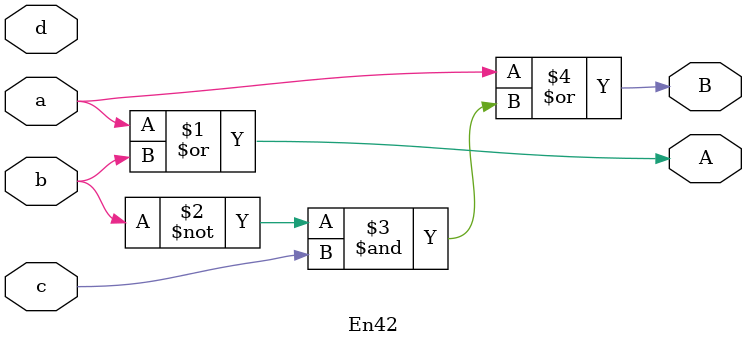
<source format=v>
`timescale 1ns / 1ps


module En42(
    input a, b, c, d,
    output A, B
    );
    
    assign A = a|b;
    assign B = a|(~b&c);
    
endmodule
</source>
